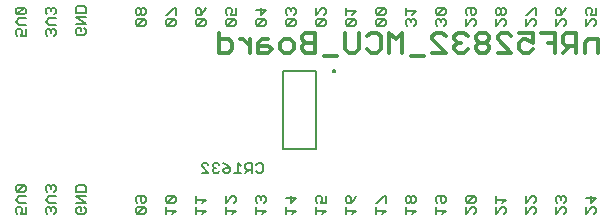
<source format=gbo>
G75*
%MOIN*%
%OFA0B0*%
%FSLAX25Y25*%
%IPPOS*%
%LPD*%
%AMOC8*
5,1,8,0,0,1.08239X$1,22.5*
%
%ADD10C,0.00600*%
%ADD11C,0.01200*%
%ADD12C,0.00787*%
D10*
X0007001Y0012250D02*
X0007557Y0011694D01*
X0007001Y0012250D02*
X0007001Y0013364D01*
X0007557Y0013920D01*
X0008671Y0013920D01*
X0009227Y0013364D01*
X0009227Y0012807D01*
X0008671Y0011694D01*
X0010341Y0011694D01*
X0010341Y0013920D01*
X0010341Y0015319D02*
X0008114Y0015319D01*
X0007001Y0016432D01*
X0008114Y0017545D01*
X0010341Y0017545D01*
X0009784Y0018944D02*
X0007557Y0018944D01*
X0009784Y0021171D01*
X0007557Y0021171D01*
X0007001Y0020614D01*
X0007001Y0019501D01*
X0007557Y0018944D01*
X0009784Y0018944D02*
X0010341Y0019501D01*
X0010341Y0020614D01*
X0009784Y0021171D01*
X0017080Y0020614D02*
X0017080Y0019501D01*
X0017636Y0018944D01*
X0018749Y0020057D02*
X0018749Y0020614D01*
X0018193Y0021171D01*
X0017636Y0021171D01*
X0017080Y0020614D01*
X0018749Y0020614D02*
X0019306Y0021171D01*
X0019863Y0021171D01*
X0020419Y0020614D01*
X0020419Y0019501D01*
X0019863Y0018944D01*
X0020419Y0017545D02*
X0018193Y0017545D01*
X0017080Y0016432D01*
X0018193Y0015319D01*
X0020419Y0015319D01*
X0019863Y0013920D02*
X0019306Y0013920D01*
X0018749Y0013364D01*
X0018193Y0013920D01*
X0017636Y0013920D01*
X0017080Y0013364D01*
X0017080Y0012250D01*
X0017636Y0011694D01*
X0018749Y0012807D02*
X0018749Y0013364D01*
X0019863Y0013920D02*
X0020419Y0013364D01*
X0020419Y0012250D01*
X0019863Y0011694D01*
X0027158Y0012250D02*
X0027715Y0011694D01*
X0029941Y0011694D01*
X0030498Y0012250D01*
X0030498Y0013364D01*
X0029941Y0013920D01*
X0028828Y0013920D02*
X0028828Y0012807D01*
X0027715Y0013920D02*
X0027158Y0013364D01*
X0027158Y0012250D01*
X0027715Y0013920D02*
X0028828Y0013920D01*
X0027158Y0015319D02*
X0030498Y0015319D01*
X0027158Y0017545D01*
X0030498Y0017545D01*
X0030498Y0018944D02*
X0027158Y0018944D01*
X0027158Y0020614D01*
X0027715Y0021171D01*
X0029941Y0021171D01*
X0030498Y0020614D01*
X0030498Y0018944D01*
X0047080Y0016989D02*
X0047080Y0015875D01*
X0047636Y0015319D01*
X0048749Y0015875D02*
X0049306Y0015319D01*
X0049863Y0015319D01*
X0050419Y0015875D01*
X0050419Y0016989D01*
X0049863Y0017545D01*
X0047636Y0017545D01*
X0047080Y0016989D01*
X0048749Y0017545D02*
X0048749Y0015875D01*
X0047636Y0013920D02*
X0047080Y0013364D01*
X0047080Y0012250D01*
X0047636Y0011694D01*
X0049863Y0013920D01*
X0047636Y0013920D01*
X0049863Y0013920D02*
X0050419Y0013364D01*
X0050419Y0012250D01*
X0049863Y0011694D01*
X0047636Y0011694D01*
X0057080Y0011694D02*
X0057080Y0013920D01*
X0057636Y0015319D02*
X0059863Y0017545D01*
X0057636Y0017545D01*
X0057080Y0016989D01*
X0057080Y0015875D01*
X0057636Y0015319D01*
X0059863Y0015319D01*
X0060419Y0015875D01*
X0060419Y0016989D01*
X0059863Y0017545D01*
X0067080Y0017545D02*
X0067080Y0015319D01*
X0067080Y0016432D02*
X0070419Y0016432D01*
X0069306Y0015319D01*
X0067080Y0013920D02*
X0067080Y0011694D01*
X0067080Y0012807D02*
X0070419Y0012807D01*
X0069306Y0011694D01*
X0077080Y0011694D02*
X0077080Y0013920D01*
X0077080Y0015319D02*
X0079306Y0017545D01*
X0079863Y0017545D01*
X0080419Y0016989D01*
X0080419Y0015875D01*
X0079863Y0015319D01*
X0077080Y0015319D02*
X0077080Y0017545D01*
X0087080Y0016989D02*
X0087080Y0015875D01*
X0087636Y0015319D01*
X0087080Y0013920D02*
X0087080Y0011694D01*
X0087080Y0012807D02*
X0090419Y0012807D01*
X0089306Y0011694D01*
X0089863Y0015319D02*
X0090419Y0015875D01*
X0090419Y0016989D01*
X0089863Y0017545D01*
X0089306Y0017545D01*
X0088749Y0016989D01*
X0088193Y0017545D01*
X0087636Y0017545D01*
X0087080Y0016989D01*
X0088749Y0016989D02*
X0088749Y0016432D01*
X0097080Y0016989D02*
X0100419Y0016989D01*
X0098749Y0015319D01*
X0098749Y0017545D01*
X0097080Y0013920D02*
X0097080Y0011694D01*
X0097080Y0012807D02*
X0100419Y0012807D01*
X0099306Y0011694D01*
X0107080Y0011694D02*
X0107080Y0013920D01*
X0107636Y0015319D02*
X0107080Y0015875D01*
X0107080Y0016989D01*
X0107636Y0017545D01*
X0108749Y0017545D01*
X0109306Y0016989D01*
X0109306Y0016432D01*
X0108749Y0015319D01*
X0110419Y0015319D01*
X0110419Y0017545D01*
X0117080Y0016989D02*
X0117080Y0015875D01*
X0117636Y0015319D01*
X0118749Y0015319D01*
X0118749Y0016989D01*
X0118193Y0017545D01*
X0117636Y0017545D01*
X0117080Y0016989D01*
X0118749Y0015319D02*
X0119863Y0016432D01*
X0120419Y0017545D01*
X0117080Y0013920D02*
X0117080Y0011694D01*
X0117080Y0012807D02*
X0120419Y0012807D01*
X0119306Y0011694D01*
X0127080Y0011694D02*
X0127080Y0013920D01*
X0127080Y0015319D02*
X0127636Y0015319D01*
X0129863Y0017545D01*
X0130419Y0017545D01*
X0130419Y0015319D01*
X0130419Y0012807D02*
X0127080Y0012807D01*
X0129306Y0011694D02*
X0130419Y0012807D01*
X0137080Y0012807D02*
X0140419Y0012807D01*
X0139306Y0011694D01*
X0137080Y0011694D02*
X0137080Y0013920D01*
X0137636Y0015319D02*
X0138193Y0015319D01*
X0138749Y0015875D01*
X0138749Y0016989D01*
X0138193Y0017545D01*
X0137636Y0017545D01*
X0137080Y0016989D01*
X0137080Y0015875D01*
X0137636Y0015319D01*
X0138749Y0015875D02*
X0139306Y0015319D01*
X0139863Y0015319D01*
X0140419Y0015875D01*
X0140419Y0016989D01*
X0139863Y0017545D01*
X0139306Y0017545D01*
X0138749Y0016989D01*
X0147080Y0016989D02*
X0147080Y0015875D01*
X0147636Y0015319D01*
X0148749Y0015875D02*
X0148749Y0017545D01*
X0147636Y0017545D02*
X0149863Y0017545D01*
X0150419Y0016989D01*
X0150419Y0015875D01*
X0149863Y0015319D01*
X0149306Y0015319D01*
X0148749Y0015875D01*
X0147080Y0016989D02*
X0147636Y0017545D01*
X0147080Y0013920D02*
X0147080Y0011694D01*
X0147080Y0012807D02*
X0150419Y0012807D01*
X0149306Y0011694D01*
X0157080Y0011694D02*
X0157080Y0013920D01*
X0157636Y0015319D02*
X0159863Y0017545D01*
X0157636Y0017545D01*
X0157080Y0016989D01*
X0157080Y0015875D01*
X0157636Y0015319D01*
X0159863Y0015319D01*
X0160419Y0015875D01*
X0160419Y0016989D01*
X0159863Y0017545D01*
X0159863Y0013920D02*
X0159306Y0013920D01*
X0157080Y0011694D01*
X0159863Y0011694D02*
X0160419Y0012250D01*
X0160419Y0013364D01*
X0159863Y0013920D01*
X0167080Y0013920D02*
X0167080Y0011694D01*
X0169306Y0013920D01*
X0169863Y0013920D01*
X0170419Y0013364D01*
X0170419Y0012250D01*
X0169863Y0011694D01*
X0177080Y0011694D02*
X0177080Y0013920D01*
X0177080Y0015319D02*
X0179306Y0017545D01*
X0179863Y0017545D01*
X0180419Y0016989D01*
X0180419Y0015875D01*
X0179863Y0015319D01*
X0179863Y0013920D02*
X0180419Y0013364D01*
X0180419Y0012250D01*
X0179863Y0011694D01*
X0179306Y0013920D02*
X0177080Y0011694D01*
X0179306Y0013920D02*
X0179863Y0013920D01*
X0177080Y0015319D02*
X0177080Y0017545D01*
X0170419Y0016432D02*
X0169306Y0015319D01*
X0170419Y0016432D02*
X0167080Y0016432D01*
X0167080Y0015319D02*
X0167080Y0017545D01*
X0187080Y0016989D02*
X0187080Y0015875D01*
X0187636Y0015319D01*
X0187080Y0013920D02*
X0187080Y0011694D01*
X0189306Y0013920D01*
X0189863Y0013920D01*
X0190419Y0013364D01*
X0190419Y0012250D01*
X0189863Y0011694D01*
X0197080Y0011694D02*
X0197080Y0013920D01*
X0198749Y0015319D02*
X0198749Y0017545D01*
X0197080Y0016989D02*
X0200419Y0016989D01*
X0198749Y0015319D01*
X0199306Y0013920D02*
X0199863Y0013920D01*
X0200419Y0013364D01*
X0200419Y0012250D01*
X0199863Y0011694D01*
X0199306Y0013920D02*
X0197080Y0011694D01*
X0190419Y0015875D02*
X0189863Y0015319D01*
X0190419Y0015875D02*
X0190419Y0016989D01*
X0189863Y0017545D01*
X0189306Y0017545D01*
X0188749Y0016989D01*
X0188193Y0017545D01*
X0187636Y0017545D01*
X0187080Y0016989D01*
X0188749Y0016989D02*
X0188749Y0016432D01*
X0110419Y0012807D02*
X0107080Y0012807D01*
X0109306Y0011694D02*
X0110419Y0012807D01*
X0089412Y0025912D02*
X0088855Y0025355D01*
X0087742Y0025355D01*
X0087185Y0025912D01*
X0085786Y0026468D02*
X0084116Y0026468D01*
X0083560Y0027025D01*
X0083560Y0028138D01*
X0084116Y0028695D01*
X0085786Y0028695D01*
X0085786Y0025355D01*
X0084673Y0026468D02*
X0083560Y0025355D01*
X0082161Y0025355D02*
X0079935Y0025355D01*
X0081048Y0025355D02*
X0081048Y0028695D01*
X0082161Y0027582D01*
X0078536Y0027025D02*
X0078536Y0025912D01*
X0077979Y0025355D01*
X0076866Y0025355D01*
X0076310Y0025912D01*
X0076310Y0026468D01*
X0076866Y0027025D01*
X0078536Y0027025D01*
X0077423Y0028138D01*
X0076310Y0028695D01*
X0074911Y0028138D02*
X0074354Y0028695D01*
X0073241Y0028695D01*
X0072684Y0028138D01*
X0072684Y0027582D01*
X0073241Y0027025D01*
X0072684Y0026468D01*
X0072684Y0025912D01*
X0073241Y0025355D01*
X0074354Y0025355D01*
X0074911Y0025912D01*
X0073798Y0027025D02*
X0073241Y0027025D01*
X0071286Y0028138D02*
X0070729Y0028695D01*
X0069616Y0028695D01*
X0069059Y0028138D01*
X0069059Y0027582D01*
X0071286Y0025355D01*
X0069059Y0025355D01*
X0087185Y0028138D02*
X0087742Y0028695D01*
X0088855Y0028695D01*
X0089412Y0028138D01*
X0089412Y0025912D01*
X0080419Y0012807D02*
X0077080Y0012807D01*
X0079306Y0011694D02*
X0080419Y0012807D01*
X0060419Y0012807D02*
X0059306Y0011694D01*
X0060419Y0012807D02*
X0057080Y0012807D01*
X0029784Y0071369D02*
X0027557Y0071369D01*
X0027001Y0071926D01*
X0027001Y0073039D01*
X0027557Y0073596D01*
X0028671Y0073596D01*
X0028671Y0072483D01*
X0029784Y0073596D02*
X0030341Y0073039D01*
X0030341Y0071926D01*
X0029784Y0071369D01*
X0030341Y0074995D02*
X0027001Y0074995D01*
X0027001Y0077221D02*
X0030341Y0074995D01*
X0030341Y0077221D02*
X0027001Y0077221D01*
X0027001Y0078620D02*
X0027001Y0080290D01*
X0027557Y0080846D01*
X0029784Y0080846D01*
X0030341Y0080290D01*
X0030341Y0078620D01*
X0027001Y0078620D01*
X0020341Y0078783D02*
X0020341Y0079896D01*
X0019784Y0080453D01*
X0019227Y0080453D01*
X0018671Y0079896D01*
X0018114Y0080453D01*
X0017557Y0080453D01*
X0017001Y0079896D01*
X0017001Y0078783D01*
X0017557Y0078226D01*
X0018671Y0079339D02*
X0018671Y0079896D01*
X0019784Y0078226D02*
X0020341Y0078783D01*
X0020341Y0076827D02*
X0018114Y0076827D01*
X0017001Y0075714D01*
X0018114Y0074601D01*
X0020341Y0074601D01*
X0019784Y0073202D02*
X0019227Y0073202D01*
X0018671Y0072646D01*
X0018114Y0073202D01*
X0017557Y0073202D01*
X0017001Y0072646D01*
X0017001Y0071532D01*
X0017557Y0070976D01*
X0018671Y0072089D02*
X0018671Y0072646D01*
X0019784Y0073202D02*
X0020341Y0072646D01*
X0020341Y0071532D01*
X0019784Y0070976D01*
X0010341Y0070976D02*
X0008671Y0070976D01*
X0009227Y0072089D01*
X0009227Y0072646D01*
X0008671Y0073202D01*
X0007557Y0073202D01*
X0007001Y0072646D01*
X0007001Y0071532D01*
X0007557Y0070976D01*
X0010341Y0070976D02*
X0010341Y0073202D01*
X0010341Y0074601D02*
X0008114Y0074601D01*
X0007001Y0075714D01*
X0008114Y0076827D01*
X0010341Y0076827D01*
X0009784Y0078226D02*
X0007557Y0078226D01*
X0009784Y0080453D01*
X0007557Y0080453D01*
X0007001Y0079896D01*
X0007001Y0078783D01*
X0007557Y0078226D01*
X0009784Y0078226D02*
X0010341Y0078783D01*
X0010341Y0079896D01*
X0009784Y0080453D01*
X0047080Y0079738D02*
X0047080Y0078625D01*
X0047636Y0078069D01*
X0048193Y0078069D01*
X0048749Y0078625D01*
X0048749Y0079738D01*
X0048193Y0080295D01*
X0047636Y0080295D01*
X0047080Y0079738D01*
X0048749Y0079738D02*
X0049306Y0080295D01*
X0049863Y0080295D01*
X0050419Y0079738D01*
X0050419Y0078625D01*
X0049863Y0078069D01*
X0049306Y0078069D01*
X0048749Y0078625D01*
X0047636Y0076670D02*
X0047080Y0076113D01*
X0047080Y0075000D01*
X0047636Y0074443D01*
X0049863Y0076670D01*
X0047636Y0076670D01*
X0049863Y0076670D02*
X0050419Y0076113D01*
X0050419Y0075000D01*
X0049863Y0074443D01*
X0047636Y0074443D01*
X0057080Y0075000D02*
X0057636Y0074443D01*
X0059863Y0076670D01*
X0057636Y0076670D01*
X0057080Y0076113D01*
X0057080Y0075000D01*
X0057636Y0074443D02*
X0059863Y0074443D01*
X0060419Y0075000D01*
X0060419Y0076113D01*
X0059863Y0076670D01*
X0060419Y0078069D02*
X0060419Y0080295D01*
X0059863Y0080295D01*
X0057636Y0078069D01*
X0057080Y0078069D01*
X0067080Y0078625D02*
X0067080Y0079738D01*
X0067636Y0080295D01*
X0068193Y0080295D01*
X0068749Y0079738D01*
X0068749Y0078069D01*
X0067636Y0078069D01*
X0067080Y0078625D01*
X0068749Y0078069D02*
X0069863Y0079182D01*
X0070419Y0080295D01*
X0077080Y0079738D02*
X0077080Y0078625D01*
X0077636Y0078069D01*
X0078749Y0078069D02*
X0079306Y0079182D01*
X0079306Y0079738D01*
X0078749Y0080295D01*
X0077636Y0080295D01*
X0077080Y0079738D01*
X0078749Y0078069D02*
X0080419Y0078069D01*
X0080419Y0080295D01*
X0087080Y0079738D02*
X0090419Y0079738D01*
X0088749Y0078069D01*
X0088749Y0080295D01*
X0087636Y0076670D02*
X0087080Y0076113D01*
X0087080Y0075000D01*
X0087636Y0074443D01*
X0089863Y0076670D01*
X0087636Y0076670D01*
X0089863Y0076670D02*
X0090419Y0076113D01*
X0090419Y0075000D01*
X0089863Y0074443D01*
X0087636Y0074443D01*
X0080419Y0075000D02*
X0080419Y0076113D01*
X0079863Y0076670D01*
X0077636Y0074443D01*
X0077080Y0075000D01*
X0077080Y0076113D01*
X0077636Y0076670D01*
X0079863Y0076670D01*
X0080419Y0075000D02*
X0079863Y0074443D01*
X0077636Y0074443D01*
X0070419Y0075000D02*
X0070419Y0076113D01*
X0069863Y0076670D01*
X0067636Y0074443D01*
X0067080Y0075000D01*
X0067080Y0076113D01*
X0067636Y0076670D01*
X0069863Y0076670D01*
X0070419Y0075000D02*
X0069863Y0074443D01*
X0067636Y0074443D01*
X0097080Y0075000D02*
X0097636Y0074443D01*
X0099863Y0076670D01*
X0097636Y0076670D01*
X0097080Y0076113D01*
X0097080Y0075000D01*
X0097636Y0074443D02*
X0099863Y0074443D01*
X0100419Y0075000D01*
X0100419Y0076113D01*
X0099863Y0076670D01*
X0099863Y0078069D02*
X0100419Y0078625D01*
X0100419Y0079738D01*
X0099863Y0080295D01*
X0099306Y0080295D01*
X0098749Y0079738D01*
X0098193Y0080295D01*
X0097636Y0080295D01*
X0097080Y0079738D01*
X0097080Y0078625D01*
X0097636Y0078069D01*
X0098749Y0079182D02*
X0098749Y0079738D01*
X0107080Y0080295D02*
X0107080Y0078069D01*
X0109306Y0080295D01*
X0109863Y0080295D01*
X0110419Y0079738D01*
X0110419Y0078625D01*
X0109863Y0078069D01*
X0109863Y0076670D02*
X0107636Y0076670D01*
X0107080Y0076113D01*
X0107080Y0075000D01*
X0107636Y0074443D01*
X0109863Y0076670D01*
X0110419Y0076113D01*
X0110419Y0075000D01*
X0109863Y0074443D01*
X0107636Y0074443D01*
X0117080Y0075000D02*
X0117636Y0074443D01*
X0119863Y0076670D01*
X0117636Y0076670D01*
X0117080Y0076113D01*
X0117080Y0075000D01*
X0117636Y0074443D02*
X0119863Y0074443D01*
X0120419Y0075000D01*
X0120419Y0076113D01*
X0119863Y0076670D01*
X0119306Y0078069D02*
X0120419Y0079182D01*
X0117080Y0079182D01*
X0117080Y0078069D02*
X0117080Y0080295D01*
X0127080Y0079738D02*
X0127080Y0078625D01*
X0127636Y0078069D01*
X0129863Y0080295D01*
X0127636Y0080295D01*
X0127080Y0079738D01*
X0127636Y0078069D02*
X0129863Y0078069D01*
X0130419Y0078625D01*
X0130419Y0079738D01*
X0129863Y0080295D01*
X0137080Y0080295D02*
X0137080Y0078069D01*
X0137080Y0079182D02*
X0140419Y0079182D01*
X0139306Y0078069D01*
X0139306Y0076670D02*
X0138749Y0076113D01*
X0138193Y0076670D01*
X0137636Y0076670D01*
X0137080Y0076113D01*
X0137080Y0075000D01*
X0137636Y0074443D01*
X0138749Y0075557D02*
X0138749Y0076113D01*
X0139306Y0076670D02*
X0139863Y0076670D01*
X0140419Y0076113D01*
X0140419Y0075000D01*
X0139863Y0074443D01*
X0147080Y0075000D02*
X0147636Y0074443D01*
X0147080Y0075000D02*
X0147080Y0076113D01*
X0147636Y0076670D01*
X0148193Y0076670D01*
X0148749Y0076113D01*
X0148749Y0075557D01*
X0148749Y0076113D02*
X0149306Y0076670D01*
X0149863Y0076670D01*
X0150419Y0076113D01*
X0150419Y0075000D01*
X0149863Y0074443D01*
X0157080Y0074443D02*
X0159306Y0076670D01*
X0159863Y0076670D01*
X0160419Y0076113D01*
X0160419Y0075000D01*
X0159863Y0074443D01*
X0157080Y0074443D02*
X0157080Y0076670D01*
X0157636Y0078069D02*
X0157080Y0078625D01*
X0157080Y0079738D01*
X0157636Y0080295D01*
X0159863Y0080295D01*
X0160419Y0079738D01*
X0160419Y0078625D01*
X0159863Y0078069D01*
X0159306Y0078069D01*
X0158749Y0078625D01*
X0158749Y0080295D01*
X0150419Y0079738D02*
X0150419Y0078625D01*
X0149863Y0078069D01*
X0147636Y0078069D01*
X0149863Y0080295D01*
X0147636Y0080295D01*
X0147080Y0079738D01*
X0147080Y0078625D01*
X0147636Y0078069D01*
X0149863Y0080295D02*
X0150419Y0079738D01*
X0167080Y0079738D02*
X0167080Y0078625D01*
X0167636Y0078069D01*
X0168193Y0078069D01*
X0168749Y0078625D01*
X0168749Y0079738D01*
X0168193Y0080295D01*
X0167636Y0080295D01*
X0167080Y0079738D01*
X0168749Y0079738D02*
X0169306Y0080295D01*
X0169863Y0080295D01*
X0170419Y0079738D01*
X0170419Y0078625D01*
X0169863Y0078069D01*
X0169306Y0078069D01*
X0168749Y0078625D01*
X0169306Y0076670D02*
X0169863Y0076670D01*
X0170419Y0076113D01*
X0170419Y0075000D01*
X0169863Y0074443D01*
X0169306Y0076670D02*
X0167080Y0074443D01*
X0167080Y0076670D01*
X0177080Y0076670D02*
X0177080Y0074443D01*
X0179306Y0076670D01*
X0179863Y0076670D01*
X0180419Y0076113D01*
X0180419Y0075000D01*
X0179863Y0074443D01*
X0180419Y0078069D02*
X0180419Y0080295D01*
X0179863Y0080295D01*
X0177636Y0078069D01*
X0177080Y0078069D01*
X0187080Y0078625D02*
X0187080Y0079738D01*
X0187636Y0080295D01*
X0188193Y0080295D01*
X0188749Y0079738D01*
X0188749Y0078069D01*
X0187636Y0078069D01*
X0187080Y0078625D01*
X0188749Y0078069D02*
X0189863Y0079182D01*
X0190419Y0080295D01*
X0197080Y0079738D02*
X0197080Y0078625D01*
X0197636Y0078069D01*
X0198749Y0078069D02*
X0199306Y0079182D01*
X0199306Y0079738D01*
X0198749Y0080295D01*
X0197636Y0080295D01*
X0197080Y0079738D01*
X0198749Y0078069D02*
X0200419Y0078069D01*
X0200419Y0080295D01*
X0199863Y0076670D02*
X0200419Y0076113D01*
X0200419Y0075000D01*
X0199863Y0074443D01*
X0199306Y0076670D02*
X0197080Y0074443D01*
X0197080Y0076670D01*
X0199306Y0076670D02*
X0199863Y0076670D01*
X0190419Y0076113D02*
X0190419Y0075000D01*
X0189863Y0074443D01*
X0189306Y0076670D02*
X0187080Y0074443D01*
X0187080Y0076670D01*
X0189306Y0076670D02*
X0189863Y0076670D01*
X0190419Y0076113D01*
X0130419Y0076113D02*
X0130419Y0075000D01*
X0129863Y0074443D01*
X0127636Y0074443D01*
X0129863Y0076670D01*
X0127636Y0076670D01*
X0127080Y0076113D01*
X0127080Y0075000D01*
X0127636Y0074443D01*
X0129863Y0076670D02*
X0130419Y0076113D01*
D11*
X0131474Y0072059D02*
X0131474Y0065380D01*
X0128677Y0066493D02*
X0127563Y0065380D01*
X0125337Y0065380D01*
X0124224Y0066493D01*
X0121426Y0066493D02*
X0120313Y0065380D01*
X0118087Y0065380D01*
X0116973Y0066493D01*
X0116973Y0072059D01*
X0121426Y0072059D02*
X0121426Y0066493D01*
X0114176Y0064266D02*
X0109723Y0064266D01*
X0106926Y0065380D02*
X0103586Y0065380D01*
X0102473Y0066493D01*
X0102473Y0067606D01*
X0103586Y0068719D01*
X0106926Y0068719D01*
X0103586Y0068719D02*
X0102473Y0069833D01*
X0102473Y0070946D01*
X0103586Y0072059D01*
X0106926Y0072059D01*
X0106926Y0065380D01*
X0099676Y0066493D02*
X0098562Y0065380D01*
X0096336Y0065380D01*
X0095222Y0066493D01*
X0095222Y0068719D01*
X0096336Y0069833D01*
X0098562Y0069833D01*
X0099676Y0068719D01*
X0099676Y0066493D01*
X0092425Y0066493D02*
X0091312Y0067606D01*
X0087972Y0067606D01*
X0087972Y0068719D02*
X0087972Y0065380D01*
X0091312Y0065380D01*
X0092425Y0066493D01*
X0089085Y0069833D02*
X0087972Y0068719D01*
X0089085Y0069833D02*
X0091312Y0069833D01*
X0085175Y0069833D02*
X0085175Y0065380D01*
X0085175Y0067606D02*
X0082948Y0069833D01*
X0081835Y0069833D01*
X0079133Y0068719D02*
X0078020Y0069833D01*
X0074680Y0069833D01*
X0074680Y0072059D02*
X0074680Y0065380D01*
X0078020Y0065380D01*
X0079133Y0066493D01*
X0079133Y0068719D01*
X0124224Y0070946D02*
X0125337Y0072059D01*
X0127563Y0072059D01*
X0128677Y0070946D01*
X0128677Y0066493D01*
X0135927Y0065380D02*
X0135927Y0072059D01*
X0133700Y0069833D01*
X0131474Y0072059D01*
X0145974Y0070946D02*
X0145974Y0069833D01*
X0150428Y0065380D01*
X0145974Y0065380D01*
X0143177Y0064266D02*
X0138724Y0064266D01*
X0145974Y0070946D02*
X0147088Y0072059D01*
X0149314Y0072059D01*
X0150428Y0070946D01*
X0153225Y0070946D02*
X0153225Y0069833D01*
X0154338Y0068719D01*
X0153225Y0067606D01*
X0153225Y0066493D01*
X0154338Y0065380D01*
X0156565Y0065380D01*
X0157678Y0066493D01*
X0160475Y0066493D02*
X0161588Y0065380D01*
X0163815Y0065380D01*
X0164928Y0066493D01*
X0164928Y0067606D01*
X0163815Y0068719D01*
X0161588Y0068719D01*
X0160475Y0067606D01*
X0160475Y0066493D01*
X0161588Y0068719D02*
X0160475Y0069833D01*
X0160475Y0070946D01*
X0161588Y0072059D01*
X0163815Y0072059D01*
X0164928Y0070946D01*
X0164928Y0069833D01*
X0163815Y0068719D01*
X0167725Y0069833D02*
X0167725Y0070946D01*
X0168839Y0072059D01*
X0171065Y0072059D01*
X0172178Y0070946D01*
X0174976Y0072059D02*
X0179429Y0072059D01*
X0179429Y0068719D01*
X0177202Y0069833D01*
X0176089Y0069833D01*
X0174976Y0068719D01*
X0174976Y0066493D01*
X0176089Y0065380D01*
X0178315Y0065380D01*
X0179429Y0066493D01*
X0184452Y0068719D02*
X0186679Y0068719D01*
X0189476Y0068719D02*
X0190589Y0067606D01*
X0193929Y0067606D01*
X0191703Y0067606D02*
X0189476Y0065380D01*
X0186679Y0065380D02*
X0186679Y0072059D01*
X0182226Y0072059D01*
X0189476Y0070946D02*
X0189476Y0068719D01*
X0189476Y0070946D02*
X0190589Y0072059D01*
X0193929Y0072059D01*
X0193929Y0065380D01*
X0196726Y0065380D02*
X0196726Y0068719D01*
X0197840Y0069833D01*
X0201180Y0069833D01*
X0201180Y0065380D01*
X0172178Y0065380D02*
X0167725Y0069833D01*
X0157678Y0070946D02*
X0156565Y0072059D01*
X0154338Y0072059D01*
X0153225Y0070946D01*
X0154338Y0068719D02*
X0155451Y0068719D01*
X0167725Y0065380D02*
X0172178Y0065380D01*
D12*
X0112803Y0059268D02*
X0112805Y0059307D01*
X0112811Y0059346D01*
X0112821Y0059384D01*
X0112834Y0059421D01*
X0112851Y0059456D01*
X0112871Y0059490D01*
X0112895Y0059521D01*
X0112922Y0059550D01*
X0112951Y0059576D01*
X0112983Y0059599D01*
X0113017Y0059619D01*
X0113053Y0059635D01*
X0113090Y0059647D01*
X0113129Y0059656D01*
X0113168Y0059661D01*
X0113207Y0059662D01*
X0113246Y0059659D01*
X0113285Y0059652D01*
X0113322Y0059641D01*
X0113359Y0059627D01*
X0113394Y0059609D01*
X0113427Y0059588D01*
X0113458Y0059563D01*
X0113486Y0059536D01*
X0113511Y0059506D01*
X0113533Y0059473D01*
X0113552Y0059439D01*
X0113567Y0059403D01*
X0113579Y0059365D01*
X0113587Y0059327D01*
X0113591Y0059288D01*
X0113591Y0059248D01*
X0113587Y0059209D01*
X0113579Y0059171D01*
X0113567Y0059133D01*
X0113552Y0059097D01*
X0113533Y0059063D01*
X0113511Y0059030D01*
X0113486Y0059000D01*
X0113458Y0058973D01*
X0113427Y0058948D01*
X0113394Y0058927D01*
X0113359Y0058909D01*
X0113322Y0058895D01*
X0113285Y0058884D01*
X0113246Y0058877D01*
X0113207Y0058874D01*
X0113168Y0058875D01*
X0113129Y0058880D01*
X0113090Y0058889D01*
X0113053Y0058901D01*
X0113017Y0058917D01*
X0112983Y0058937D01*
X0112951Y0058960D01*
X0112922Y0058986D01*
X0112895Y0059015D01*
X0112871Y0059046D01*
X0112851Y0059080D01*
X0112834Y0059115D01*
X0112821Y0059152D01*
X0112811Y0059190D01*
X0112805Y0059229D01*
X0112803Y0059268D01*
X0107291Y0059268D02*
X0096268Y0059268D01*
X0096268Y0033283D01*
X0107291Y0033283D01*
X0107291Y0059268D01*
M02*

</source>
